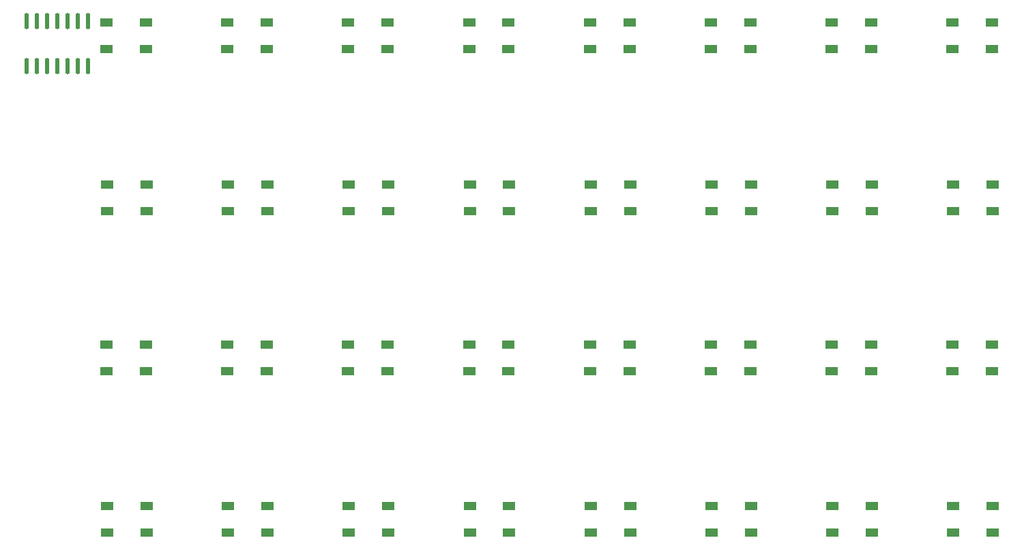
<source format=gtp>
G04 Layer: TopPasteMaskLayer*
G04 EasyEDA v6.5.29, 2023-07-14 16:03:38*
G04 49c0109143794da29a213c6937cafebe,1e4d668faf9c44eeab1497739a8aa4b2,10*
G04 Gerber Generator version 0.2*
G04 Scale: 100 percent, Rotated: No, Reflected: No *
G04 Dimensions in millimeters *
G04 leading zeros omitted , absolute positions ,4 integer and 5 decimal *
%FSLAX45Y45*%
%MOMM*%

%AMMACRO1*21,1,$1,$2,0,0,$3*%
%ADD10MACRO1,1.4986X0.9982X0.0000*%
%ADD11MACRO1,1.5011X0.9982X0.0000*%
%ADD12O,0.5739892X2.0379944*%

%LPD*%
D10*
G01*
X909129Y6749252D03*
G01*
X909129Y6419250D03*
D11*
G01*
X1399131Y6419250D03*
G01*
X1399131Y6749252D03*
D10*
G01*
X2409126Y6749252D03*
G01*
X2409126Y6419250D03*
D11*
G01*
X2899128Y6419250D03*
G01*
X2899128Y6749252D03*
D10*
G01*
X3909123Y6749252D03*
G01*
X3909123Y6419250D03*
D11*
G01*
X4399125Y6419250D03*
G01*
X4399125Y6749252D03*
D10*
G01*
X5409120Y6749252D03*
G01*
X5409120Y6419250D03*
D11*
G01*
X5899122Y6419250D03*
G01*
X5899122Y6749252D03*
D10*
G01*
X6909117Y6749252D03*
G01*
X6909117Y6419250D03*
D11*
G01*
X7399119Y6419250D03*
G01*
X7399119Y6749252D03*
D10*
G01*
X8409114Y6749252D03*
G01*
X8409114Y6419250D03*
D11*
G01*
X8899116Y6419250D03*
G01*
X8899116Y6749252D03*
D10*
G01*
X9909111Y6749252D03*
G01*
X9909111Y6419250D03*
D11*
G01*
X10399113Y6419250D03*
G01*
X10399113Y6749252D03*
D10*
G01*
X11409108Y6749252D03*
G01*
X11409108Y6419250D03*
D11*
G01*
X11899110Y6419250D03*
G01*
X11899110Y6749252D03*
D10*
G01*
X11907476Y4409991D03*
G01*
X11907476Y4739993D03*
D11*
G01*
X11417475Y4739993D03*
G01*
X11417475Y4409991D03*
D10*
G01*
X10407479Y4409991D03*
G01*
X10407479Y4739993D03*
D11*
G01*
X9917478Y4739993D03*
G01*
X9917478Y4409991D03*
D10*
G01*
X8907482Y4409991D03*
G01*
X8907482Y4739993D03*
D11*
G01*
X8417481Y4739993D03*
G01*
X8417481Y4409991D03*
D10*
G01*
X7407485Y4409991D03*
G01*
X7407485Y4739993D03*
D11*
G01*
X6917484Y4739993D03*
G01*
X6917484Y4409991D03*
D10*
G01*
X5907488Y4409991D03*
G01*
X5907488Y4739993D03*
D11*
G01*
X5417487Y4739993D03*
G01*
X5417487Y4409991D03*
D10*
G01*
X4407491Y4409991D03*
G01*
X4407491Y4739993D03*
D11*
G01*
X3917490Y4739993D03*
G01*
X3917490Y4409991D03*
D10*
G01*
X2907494Y4409991D03*
G01*
X2907494Y4739993D03*
D11*
G01*
X2417493Y4739993D03*
G01*
X2417493Y4409991D03*
D10*
G01*
X1407497Y4409991D03*
G01*
X1407497Y4739993D03*
D11*
G01*
X917496Y4739993D03*
G01*
X917496Y4409991D03*
D10*
G01*
X909129Y2749260D03*
G01*
X909129Y2419258D03*
D11*
G01*
X1399131Y2419258D03*
G01*
X1399131Y2749260D03*
D10*
G01*
X2409126Y2749260D03*
G01*
X2409126Y2419258D03*
D11*
G01*
X2899128Y2419258D03*
G01*
X2899128Y2749260D03*
D10*
G01*
X3909123Y2749260D03*
G01*
X3909123Y2419258D03*
D11*
G01*
X4399125Y2419258D03*
G01*
X4399125Y2749260D03*
D10*
G01*
X5409120Y2749260D03*
G01*
X5409120Y2419258D03*
D11*
G01*
X5899122Y2419258D03*
G01*
X5899122Y2749260D03*
D10*
G01*
X6909117Y2749260D03*
G01*
X6909117Y2419258D03*
D11*
G01*
X7399119Y2419258D03*
G01*
X7399119Y2749260D03*
D10*
G01*
X8409114Y2749260D03*
G01*
X8409114Y2419258D03*
D11*
G01*
X8899116Y2419258D03*
G01*
X8899116Y2749260D03*
D10*
G01*
X9909111Y2749260D03*
G01*
X9909111Y2419258D03*
D11*
G01*
X10399113Y2419258D03*
G01*
X10399113Y2749260D03*
D10*
G01*
X11409108Y2749260D03*
G01*
X11409108Y2419258D03*
D11*
G01*
X11899110Y2419258D03*
G01*
X11899110Y2749260D03*
D10*
G01*
X11907476Y409999D03*
G01*
X11907476Y740001D03*
D11*
G01*
X11417475Y740001D03*
G01*
X11417475Y409999D03*
D10*
G01*
X10407479Y409999D03*
G01*
X10407479Y740001D03*
D11*
G01*
X9917478Y740001D03*
G01*
X9917478Y409999D03*
D10*
G01*
X8907482Y409999D03*
G01*
X8907482Y740001D03*
D11*
G01*
X8417481Y740001D03*
G01*
X8417481Y409999D03*
D10*
G01*
X7407485Y409999D03*
G01*
X7407485Y740001D03*
D11*
G01*
X6917484Y740001D03*
G01*
X6917484Y409999D03*
D10*
G01*
X5907488Y409999D03*
G01*
X5907488Y740001D03*
D11*
G01*
X5417487Y740001D03*
G01*
X5417487Y409999D03*
D10*
G01*
X4407491Y409999D03*
G01*
X4407491Y740001D03*
D11*
G01*
X3917490Y740001D03*
G01*
X3917490Y409999D03*
D10*
G01*
X2907494Y409999D03*
G01*
X2907494Y740001D03*
D11*
G01*
X2417493Y740001D03*
G01*
X2417493Y409999D03*
D10*
G01*
X1407497Y409999D03*
G01*
X1407497Y740001D03*
D11*
G01*
X917496Y740001D03*
G01*
X917496Y409999D03*
D12*
G01*
X680999Y6764401D03*
G01*
X553999Y6764401D03*
G01*
X426999Y6764401D03*
G01*
X299999Y6764401D03*
G01*
X172999Y6764401D03*
G01*
X45999Y6764401D03*
G01*
X-81000Y6764401D03*
G01*
X680999Y6210579D03*
G01*
X553999Y6210579D03*
G01*
X426999Y6210579D03*
G01*
X299999Y6210579D03*
G01*
X172999Y6210579D03*
G01*
X45999Y6210579D03*
G01*
X-81000Y6210579D03*
M02*

</source>
